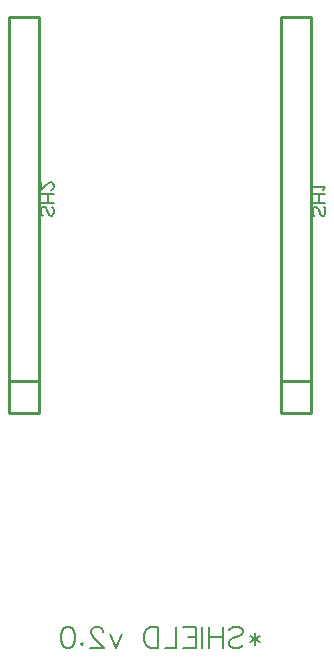
<source format=gbo>
G04 Layer: BottomSilkscreenLayer*
G04 EasyEDA v6.5.29, 2023-07-08 22:53:17*
G04 f4c6c8685b5442dcac5e84d632293f1e,52c161dc85b4440087471843f8ea1cfe,10*
G04 Gerber Generator version 0.2*
G04 Scale: 100 percent, Rotated: No, Reflected: No *
G04 Dimensions in millimeters *
G04 leading zeros omitted , absolute positions ,4 integer and 5 decimal *
%FSLAX45Y45*%
%MOMM*%

%ADD10C,0.2032*%
%ADD11C,0.1524*%
%ADD12C,0.2540*%

%LPD*%
D10*
X10257866Y8736291D02*
G01*
X10257866Y8635199D01*
X10300030Y8710891D02*
G01*
X10215956Y8660599D01*
X10215956Y8710891D02*
G01*
X10300030Y8660599D01*
X10042728Y8761437D02*
G01*
X10059492Y8778201D01*
X10084638Y8786583D01*
X10118420Y8786583D01*
X10143566Y8778201D01*
X10160330Y8761437D01*
X10160330Y8744673D01*
X10151948Y8727909D01*
X10143566Y8719527D01*
X10126802Y8710891D01*
X10076256Y8694127D01*
X10059492Y8685745D01*
X10051110Y8677363D01*
X10042728Y8660599D01*
X10042728Y8635199D01*
X10059492Y8618435D01*
X10084638Y8610053D01*
X10118420Y8610053D01*
X10143566Y8618435D01*
X10160330Y8635199D01*
X9987102Y8786583D02*
G01*
X9987102Y8610053D01*
X9869500Y8786583D02*
G01*
X9869500Y8610053D01*
X9987102Y8702509D02*
G01*
X9869500Y8702509D01*
X9813874Y8786583D02*
G01*
X9813874Y8610053D01*
X9758502Y8786583D02*
G01*
X9758502Y8610053D01*
X9758502Y8786583D02*
G01*
X9649028Y8786583D01*
X9758502Y8702509D02*
G01*
X9691192Y8702509D01*
X9758502Y8610053D02*
G01*
X9649028Y8610053D01*
X9593656Y8786583D02*
G01*
X9593656Y8610053D01*
X9593656Y8610053D02*
G01*
X9492818Y8610053D01*
X9437192Y8786583D02*
G01*
X9437192Y8610053D01*
X9437192Y8786583D02*
G01*
X9378264Y8786583D01*
X9353118Y8778201D01*
X9336354Y8761437D01*
X9327972Y8744673D01*
X9319590Y8719527D01*
X9319590Y8677363D01*
X9327972Y8652217D01*
X9336354Y8635199D01*
X9353118Y8618435D01*
X9378264Y8610053D01*
X9437192Y8610053D01*
X9134424Y8727909D02*
G01*
X9084132Y8610053D01*
X9033586Y8727909D02*
G01*
X9084132Y8610053D01*
X8969578Y8744673D02*
G01*
X8969578Y8753055D01*
X8961196Y8769819D01*
X8952814Y8778201D01*
X8936050Y8786583D01*
X8902268Y8786583D01*
X8885504Y8778201D01*
X8877122Y8769819D01*
X8868740Y8753055D01*
X8868740Y8736291D01*
X8877122Y8719527D01*
X8893886Y8694127D01*
X8977960Y8610053D01*
X8860358Y8610053D01*
X8796350Y8652217D02*
G01*
X8804732Y8643835D01*
X8796350Y8635199D01*
X8787968Y8643835D01*
X8796350Y8652217D01*
X8682050Y8786583D02*
G01*
X8707196Y8778201D01*
X8724214Y8753055D01*
X8732596Y8710891D01*
X8732596Y8685745D01*
X8724214Y8643835D01*
X8707196Y8618435D01*
X8682050Y8610053D01*
X8665286Y8610053D01*
X8640140Y8618435D01*
X8623122Y8643835D01*
X8614740Y8685745D01*
X8614740Y8710891D01*
X8623122Y8753055D01*
X8640140Y8778201D01*
X8665286Y8786583D01*
X8682050Y8786583D01*
D11*
X10839500Y12342619D02*
G01*
X10849914Y12332205D01*
X10854994Y12316711D01*
X10854994Y12295883D01*
X10849914Y12280389D01*
X10839500Y12269975D01*
X10829086Y12269975D01*
X10818672Y12275055D01*
X10813338Y12280389D01*
X10808258Y12290803D01*
X10797844Y12322045D01*
X10792764Y12332205D01*
X10787430Y12337539D01*
X10777016Y12342619D01*
X10761522Y12342619D01*
X10751108Y12332205D01*
X10746028Y12316711D01*
X10746028Y12295883D01*
X10751108Y12280389D01*
X10761522Y12269975D01*
X10854994Y12376909D02*
G01*
X10746028Y12376909D01*
X10854994Y12449807D02*
G01*
X10746028Y12449807D01*
X10803178Y12376909D02*
G01*
X10803178Y12449807D01*
X10834166Y12484097D02*
G01*
X10839500Y12494511D01*
X10854994Y12510005D01*
X10746028Y12510005D01*
X8539505Y12342619D02*
G01*
X8549919Y12332205D01*
X8554999Y12316711D01*
X8554999Y12295883D01*
X8549919Y12280389D01*
X8539505Y12269975D01*
X8529091Y12269975D01*
X8518677Y12275055D01*
X8513343Y12280389D01*
X8508263Y12290803D01*
X8497849Y12322045D01*
X8492769Y12332205D01*
X8487435Y12337539D01*
X8477021Y12342619D01*
X8461527Y12342619D01*
X8451113Y12332205D01*
X8446033Y12316711D01*
X8446033Y12295883D01*
X8451113Y12280389D01*
X8461527Y12269975D01*
X8554999Y12376909D02*
G01*
X8446033Y12376909D01*
X8554999Y12449807D02*
G01*
X8446033Y12449807D01*
X8503183Y12376909D02*
G01*
X8503183Y12449807D01*
X8529091Y12489177D02*
G01*
X8534171Y12489177D01*
X8544585Y12494511D01*
X8549919Y12499591D01*
X8554999Y12510005D01*
X8554999Y12530833D01*
X8549919Y12541247D01*
X8544585Y12546327D01*
X8534171Y12551661D01*
X8523757Y12551661D01*
X8513343Y12546327D01*
X8497849Y12535913D01*
X8446033Y12484097D01*
X8446033Y12556741D01*
D12*
X10729975Y10599976D02*
G01*
X10729975Y13949982D01*
X10479963Y13949982D01*
X10479963Y10599976D01*
X10729975Y10599976D01*
X10729975Y10599976D02*
G01*
X10729975Y10869978D01*
X10479963Y10869978D01*
X10479963Y10599976D01*
X10729975Y10599976D01*
X8429980Y10599976D02*
G01*
X8429980Y13949982D01*
X8179968Y13949982D01*
X8179968Y10599976D01*
X8429980Y10599976D01*
X8429980Y10599976D02*
G01*
X8429980Y10869978D01*
X8179968Y10869978D01*
X8179968Y10599976D01*
X8429980Y10599976D01*
M02*

</source>
